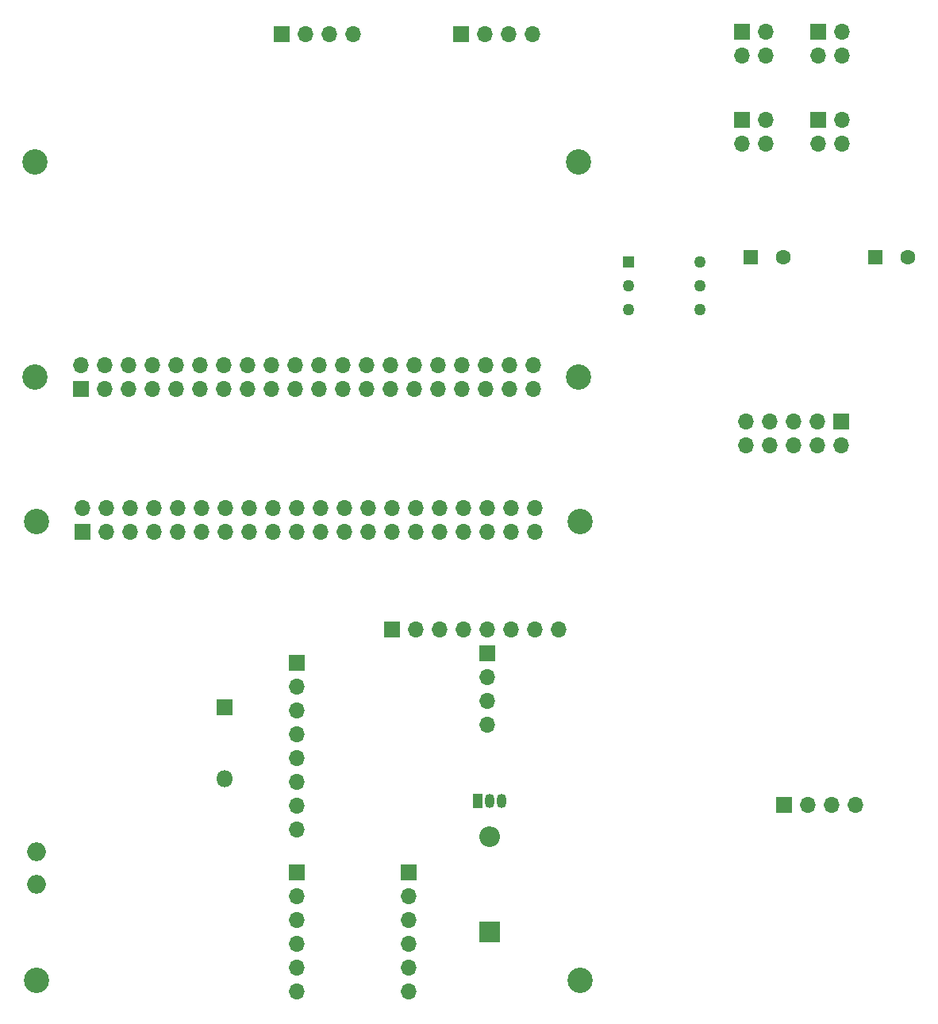
<source format=gbr>
%TF.GenerationSoftware,KiCad,Pcbnew,6.0.2+dfsg-1*%
%TF.CreationDate,2023-06-13T19:55:06-04:00*%
%TF.ProjectId,EngineData,456e6769-6e65-4446-9174-612e6b696361,rev?*%
%TF.SameCoordinates,Original*%
%TF.FileFunction,Soldermask,Bot*%
%TF.FilePolarity,Negative*%
%FSLAX46Y46*%
G04 Gerber Fmt 4.6, Leading zero omitted, Abs format (unit mm)*
G04 Created by KiCad (PCBNEW 6.0.2+dfsg-1) date 2023-06-13 19:55:06*
%MOMM*%
%LPD*%
G01*
G04 APERTURE LIST*
%ADD10R,1.800000X1.800000*%
%ADD11O,1.800000X1.800000*%
%ADD12C,2.700000*%
%ADD13R,1.700000X1.700000*%
%ADD14O,1.700000X1.700000*%
%ADD15R,1.600000X1.600000*%
%ADD16C,1.600000*%
%ADD17R,1.260000X1.260000*%
%ADD18C,1.260000*%
%ADD19O,2.000000X2.000000*%
%ADD20R,1.050000X1.500000*%
%ADD21O,1.050000X1.500000*%
%ADD22R,2.200000X2.200000*%
%ADD23O,2.200000X2.200000*%
G04 APERTURE END LIST*
D10*
%TO.C,D3*%
X116967000Y-122428000D03*
D11*
X116967000Y-130048000D03*
%TD*%
D12*
%TO.C,H5*%
X154774000Y-87249000D03*
%TD*%
D13*
%TO.C,J11*%
X180335000Y-59812000D03*
D14*
X182875000Y-59812000D03*
X180335000Y-62352000D03*
X182875000Y-62352000D03*
%TD*%
D13*
%TO.C,J13*%
X180335000Y-50409000D03*
D14*
X182875000Y-50409000D03*
X180335000Y-52949000D03*
X182875000Y-52949000D03*
%TD*%
D13*
%TO.C,J9*%
X136618000Y-140081000D03*
D14*
X136618000Y-142621000D03*
X136618000Y-145161000D03*
X136618000Y-147701000D03*
X136618000Y-150241000D03*
X136618000Y-152781000D03*
%TD*%
D13*
%TO.C,J5*%
X134835000Y-114173000D03*
D14*
X137375000Y-114173000D03*
X139915000Y-114173000D03*
X142455000Y-114173000D03*
X144995000Y-114173000D03*
X147535000Y-114173000D03*
X150075000Y-114173000D03*
X152615000Y-114173000D03*
%TD*%
D12*
%TO.C,H6*%
X154774000Y-64249000D03*
%TD*%
D13*
%TO.C,J3*%
X101820000Y-103764000D03*
D14*
X101820000Y-101224000D03*
X104360000Y-103764000D03*
X104360000Y-101224000D03*
X106900000Y-103764000D03*
X106900000Y-101224000D03*
X109440000Y-103764000D03*
X109440000Y-101224000D03*
X111980000Y-103764000D03*
X111980000Y-101224000D03*
X114520000Y-103764000D03*
X114520000Y-101224000D03*
X117060000Y-103764000D03*
X117060000Y-101224000D03*
X119600000Y-103764000D03*
X119600000Y-101224000D03*
X122140000Y-103764000D03*
X122140000Y-101224000D03*
X124680000Y-103764000D03*
X124680000Y-101224000D03*
X127220000Y-103764000D03*
X127220000Y-101224000D03*
X129760000Y-103764000D03*
X129760000Y-101224000D03*
X132300000Y-103764000D03*
X132300000Y-101224000D03*
X134840000Y-103764000D03*
X134840000Y-101224000D03*
X137380000Y-103764000D03*
X137380000Y-101224000D03*
X139920000Y-103764000D03*
X139920000Y-101224000D03*
X142460000Y-103764000D03*
X142460000Y-101224000D03*
X145000000Y-103764000D03*
X145000000Y-101224000D03*
X147540000Y-103764000D03*
X147540000Y-101224000D03*
X150080000Y-103764000D03*
X150080000Y-101224000D03*
%TD*%
D13*
%TO.C,J14*%
X172207000Y-50409000D03*
D14*
X174747000Y-50409000D03*
X172207000Y-52949000D03*
X174747000Y-52949000D03*
%TD*%
D13*
%TO.C,J6*%
X144995000Y-116713000D03*
D14*
X144995000Y-119253000D03*
X144995000Y-121793000D03*
X144995000Y-124333000D03*
%TD*%
D13*
%TO.C,J16*%
X142250000Y-50673000D03*
D14*
X144790000Y-50673000D03*
X147330000Y-50673000D03*
X149870000Y-50673000D03*
%TD*%
D12*
%TO.C,H1*%
X96901000Y-102616000D03*
%TD*%
D15*
%TO.C,C8*%
X186434349Y-74422000D03*
D16*
X189934349Y-74422000D03*
%TD*%
D13*
%TO.C,J8*%
X124680000Y-140081000D03*
D14*
X124680000Y-142621000D03*
X124680000Y-145161000D03*
X124680000Y-147701000D03*
X124680000Y-150241000D03*
X124680000Y-152781000D03*
%TD*%
D13*
%TO.C,J2*%
X176667000Y-132842000D03*
D14*
X179207000Y-132842000D03*
X181747000Y-132842000D03*
X184287000Y-132842000D03*
%TD*%
D15*
%TO.C,C10*%
X173099349Y-74422000D03*
D16*
X176599349Y-74422000D03*
%TD*%
D13*
%TO.C,J15*%
X123073000Y-50673000D03*
D14*
X125613000Y-50673000D03*
X128153000Y-50673000D03*
X130693000Y-50673000D03*
%TD*%
D12*
%TO.C,H3*%
X96901000Y-151616000D03*
%TD*%
D13*
%TO.C,J10*%
X101688000Y-88506000D03*
D14*
X101688000Y-85966000D03*
X104228000Y-88506000D03*
X104228000Y-85966000D03*
X106768000Y-88506000D03*
X106768000Y-85966000D03*
X109308000Y-88506000D03*
X109308000Y-85966000D03*
X111848000Y-88506000D03*
X111848000Y-85966000D03*
X114388000Y-88506000D03*
X114388000Y-85966000D03*
X116928000Y-88506000D03*
X116928000Y-85966000D03*
X119468000Y-88506000D03*
X119468000Y-85966000D03*
X122008000Y-88506000D03*
X122008000Y-85966000D03*
X124548000Y-88506000D03*
X124548000Y-85966000D03*
X127088000Y-88506000D03*
X127088000Y-85966000D03*
X129628000Y-88506000D03*
X129628000Y-85966000D03*
X132168000Y-88506000D03*
X132168000Y-85966000D03*
X134708000Y-88506000D03*
X134708000Y-85966000D03*
X137248000Y-88506000D03*
X137248000Y-85966000D03*
X139788000Y-88506000D03*
X139788000Y-85966000D03*
X142328000Y-88506000D03*
X142328000Y-85966000D03*
X144868000Y-88506000D03*
X144868000Y-85966000D03*
X147408000Y-88506000D03*
X147408000Y-85966000D03*
X149948000Y-88506000D03*
X149948000Y-85966000D03*
%TD*%
D17*
%TO.C,U1*%
X160106500Y-74930000D03*
D18*
X160106500Y-77470000D03*
X160106500Y-80010000D03*
X167726500Y-80010000D03*
X167726500Y-77470000D03*
X167726500Y-74930000D03*
%TD*%
D19*
%TO.C,J4*%
X96901000Y-141323000D03*
X96901000Y-137823000D03*
%TD*%
D13*
%TO.C,J1*%
X182748000Y-91943000D03*
D14*
X182748000Y-94483000D03*
X180208000Y-91943000D03*
X180208000Y-94483000D03*
X177668000Y-91943000D03*
X177668000Y-94483000D03*
X175128000Y-91943000D03*
X175128000Y-94483000D03*
X172588000Y-91943000D03*
X172588000Y-94483000D03*
%TD*%
D12*
%TO.C,H8*%
X96774000Y-87249000D03*
%TD*%
%TO.C,H7*%
X96774000Y-64249000D03*
%TD*%
D20*
%TO.C,Q1*%
X144018000Y-132440000D03*
D21*
X145288000Y-132440000D03*
X146558000Y-132440000D03*
%TD*%
D13*
%TO.C,J12*%
X172207000Y-59812000D03*
D14*
X174747000Y-59812000D03*
X172207000Y-62352000D03*
X174747000Y-62352000D03*
%TD*%
D13*
%TO.C,J7*%
X124680000Y-117744000D03*
D14*
X124680000Y-120284000D03*
X124680000Y-122824000D03*
X124680000Y-125364000D03*
X124680000Y-127904000D03*
X124680000Y-130444000D03*
X124680000Y-132984000D03*
X124680000Y-135524000D03*
%TD*%
D12*
%TO.C,H4*%
X154901000Y-151616000D03*
%TD*%
%TO.C,H2*%
X154901000Y-102616000D03*
%TD*%
D22*
%TO.C,D2*%
X145288000Y-146431000D03*
D23*
X145288000Y-136271000D03*
%TD*%
M02*

</source>
